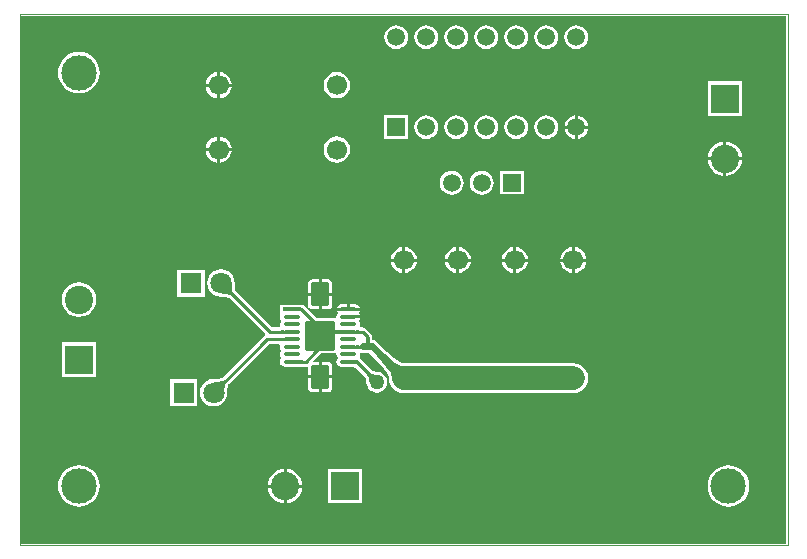
<source format=gtl>
G04 Layer_Physical_Order=1*
G04 Layer_Color=6759642*
%FSLAX44Y44*%
%MOMM*%
G71*
G01*
G75*
G04:AMPARAMS|DCode=10|XSize=1.5mm|YSize=2mm|CornerRadius=0.075mm|HoleSize=0mm|Usage=FLASHONLY|Rotation=0.000|XOffset=0mm|YOffset=0mm|HoleType=Round|Shape=RoundedRectangle|*
%AMROUNDEDRECTD10*
21,1,1.5000,1.8500,0,0,0.0*
21,1,1.3500,2.0000,0,0,0.0*
1,1,0.1500,0.6750,-0.9250*
1,1,0.1500,-0.6750,-0.9250*
1,1,0.1500,-0.6750,0.9250*
1,1,0.1500,0.6750,0.9250*
%
%ADD10ROUNDEDRECTD10*%
G04:AMPARAMS|DCode=11|XSize=2.5mm|YSize=2.5mm|CornerRadius=0.125mm|HoleSize=0mm|Usage=FLASHONLY|Rotation=90.000|XOffset=0mm|YOffset=0mm|HoleType=Round|Shape=RoundedRectangle|*
%AMROUNDEDRECTD11*
21,1,2.5000,2.2500,0,0,90.0*
21,1,2.2500,2.5000,0,0,90.0*
1,1,0.2500,1.1250,1.1250*
1,1,0.2500,1.1250,-1.1250*
1,1,0.2500,-1.1250,-1.1250*
1,1,0.2500,-1.1250,1.1250*
%
%ADD11ROUNDEDRECTD11*%
%ADD12O,1.5000X0.3000*%
%ADD13R,1.5000X0.3000*%
%ADD14C,0.2540*%
%ADD15C,0.6000*%
%ADD16C,2.0000*%
%ADD17C,0.3000*%
%ADD18C,0.1000*%
%ADD19C,1.5000*%
%ADD20R,1.5000X1.5000*%
%ADD21C,1.7000*%
%ADD22R,2.4000X2.4000*%
%ADD23C,2.4000*%
%ADD24R,2.4000X2.4000*%
%ADD25C,1.5000*%
%ADD26R,1.5000X1.5000*%
%ADD27C,1.8000*%
%ADD28R,1.8000X1.8000*%
%ADD29C,3.0000*%
%ADD30C,1.2700*%
G36*
X648335Y2041D02*
X647437Y1143D01*
X1270Y1270D01*
Y447675D01*
X648335D01*
Y2041D01*
D02*
G37*
%LPC*%
G36*
X467360Y239992D02*
X457662D01*
X457874Y238380D01*
X458987Y235694D01*
X460756Y233388D01*
X463062Y231619D01*
X465748Y230506D01*
X467360Y230294D01*
Y239992D01*
D02*
G37*
G36*
X417830D02*
X408132D01*
X408344Y238380D01*
X409457Y235694D01*
X411226Y233388D01*
X413532Y231619D01*
X416218Y230506D01*
X417830Y230294D01*
Y239992D01*
D02*
G37*
G36*
X381808D02*
X372110D01*
Y230294D01*
X373722Y230506D01*
X376408Y231619D01*
X378714Y233388D01*
X380483Y235694D01*
X381596Y238380D01*
X381808Y239992D01*
D02*
G37*
G36*
X336088D02*
X326390D01*
Y230294D01*
X328002Y230506D01*
X330688Y231619D01*
X332994Y233388D01*
X334763Y235694D01*
X335876Y238380D01*
X336088Y239992D01*
D02*
G37*
G36*
X369570D02*
X359872D01*
X360084Y238380D01*
X361197Y235694D01*
X362966Y233388D01*
X365272Y231619D01*
X367958Y230506D01*
X369570Y230294D01*
Y239992D01*
D02*
G37*
G36*
X252920Y224897D02*
X247440D01*
X246156Y224641D01*
X245068Y223914D01*
X244341Y222826D01*
X244086Y221542D01*
Y213562D01*
X252920D01*
Y224897D01*
D02*
G37*
G36*
X156510Y233282D02*
X133430D01*
Y210202D01*
X156510D01*
Y233282D01*
D02*
G37*
G36*
X323850Y239992D02*
X314152D01*
X314364Y238380D01*
X315477Y235694D01*
X317246Y233388D01*
X319552Y231619D01*
X322238Y230506D01*
X323850Y230294D01*
Y239992D01*
D02*
G37*
G36*
X260940Y224897D02*
X255460D01*
Y213562D01*
X264294D01*
Y221542D01*
X264039Y222826D01*
X263312Y223914D01*
X262224Y224641D01*
X260940Y224897D01*
D02*
G37*
G36*
X326390Y252230D02*
Y242532D01*
X336088D01*
X335876Y244144D01*
X334763Y246830D01*
X332994Y249136D01*
X330688Y250905D01*
X328002Y252018D01*
X326390Y252230D01*
D02*
G37*
G36*
X467360D02*
X465748Y252018D01*
X463062Y250905D01*
X460756Y249136D01*
X458987Y246830D01*
X457874Y244144D01*
X457662Y242532D01*
X467360D01*
Y252230D01*
D02*
G37*
G36*
X420370D02*
Y242532D01*
X430068D01*
X429856Y244144D01*
X428743Y246830D01*
X426974Y249136D01*
X424668Y250905D01*
X421982Y252018D01*
X420370Y252230D01*
D02*
G37*
G36*
X372110D02*
Y242532D01*
X381808D01*
X381596Y244144D01*
X380483Y246830D01*
X378714Y249136D01*
X376408Y250905D01*
X373722Y252018D01*
X372110Y252230D01*
D02*
G37*
G36*
X417830D02*
X416218Y252018D01*
X413532Y250905D01*
X411226Y249136D01*
X409457Y246830D01*
X408344Y244144D01*
X408132Y242532D01*
X417830D01*
Y252230D01*
D02*
G37*
G36*
X479598Y239992D02*
X469900D01*
Y230294D01*
X471512Y230506D01*
X474198Y231619D01*
X476504Y233388D01*
X478273Y235694D01*
X479386Y238380D01*
X479598Y239992D01*
D02*
G37*
G36*
X430068D02*
X420370D01*
Y230294D01*
X421982Y230506D01*
X424668Y231619D01*
X426974Y233388D01*
X428743Y235694D01*
X429856Y238380D01*
X430068Y239992D01*
D02*
G37*
G36*
X369570Y252230D02*
X367958Y252018D01*
X365272Y250905D01*
X362966Y249136D01*
X361197Y246830D01*
X360084Y244144D01*
X359872Y242532D01*
X369570D01*
Y252230D01*
D02*
G37*
G36*
X323850D02*
X322238Y252018D01*
X319552Y250905D01*
X317246Y249136D01*
X315477Y246830D01*
X314364Y244144D01*
X314152Y242532D01*
X323850D01*
Y252230D01*
D02*
G37*
G36*
X225870Y64460D02*
Y51232D01*
X239098D01*
X238766Y53758D01*
X237301Y57295D01*
X234970Y60332D01*
X231933Y62663D01*
X228396Y64128D01*
X225870Y64460D01*
D02*
G37*
G36*
X223330D02*
X220804Y64128D01*
X217267Y62663D01*
X214230Y60332D01*
X211899Y57295D01*
X210434Y53758D01*
X210102Y51232D01*
X223330D01*
Y64460D01*
D02*
G37*
G36*
X170370Y233382D02*
X167358Y232985D01*
X164550Y231822D01*
X162140Y229972D01*
X160290Y227562D01*
X159127Y224755D01*
X158730Y221742D01*
X159127Y218729D01*
X160290Y215922D01*
X162140Y213512D01*
X164550Y211662D01*
X167358Y210499D01*
X170370Y210102D01*
X170740Y210151D01*
X171735Y210146D01*
X173997Y210011D01*
X174898Y209894D01*
X175701Y209744D01*
X176376Y209570D01*
X176917Y209381D01*
X177322Y209193D01*
X177593Y209023D01*
X177604Y209015D01*
X207700Y178918D01*
X207317Y177505D01*
X206358Y176864D01*
X171254Y141759D01*
X171243Y141751D01*
X170972Y141581D01*
X170567Y141393D01*
X170026Y141204D01*
X169351Y141030D01*
X168548Y140880D01*
X167647Y140763D01*
X165385Y140628D01*
X164390Y140623D01*
X164020Y140672D01*
X161007Y140275D01*
X158200Y139112D01*
X155790Y137262D01*
X153940Y134852D01*
X152777Y132044D01*
X152380Y129032D01*
X152777Y126019D01*
X153940Y123212D01*
X155790Y120802D01*
X158200Y118952D01*
X161007Y117789D01*
X164020Y117393D01*
X167033Y117789D01*
X169840Y118952D01*
X172250Y120802D01*
X174100Y123212D01*
X175263Y126019D01*
X175660Y129032D01*
X175611Y129402D01*
X175616Y130396D01*
X175751Y132659D01*
X175868Y133560D01*
X176018Y134363D01*
X176192Y135038D01*
X176381Y135579D01*
X176569Y135984D01*
X176739Y136255D01*
X176747Y136266D01*
X210714Y170232D01*
X219567D01*
X220309Y168962D01*
X220071Y167767D01*
X220384Y166191D01*
X221277Y164854D01*
Y164330D01*
X220384Y162993D01*
X220071Y161417D01*
X220384Y159841D01*
X221277Y158504D01*
Y157955D01*
X220384Y156618D01*
X220071Y155042D01*
X220384Y153466D01*
X221277Y152129D01*
X222614Y151236D01*
X224190Y150923D01*
X236190D01*
X236947Y151073D01*
X238939Y151157D01*
X241910D01*
X242815Y151337D01*
X243962Y150583D01*
X244086Y150394D01*
Y143562D01*
X252920D01*
Y154896D01*
X249054D01*
X248528Y156166D01*
X253911Y161549D01*
X254018Y161641D01*
X254251Y161817D01*
X254463Y161956D01*
X254651Y162061D01*
X254814Y162136D01*
X254931Y162178D01*
X265440D01*
X266919Y162472D01*
X266996Y162524D01*
X268139Y161760D01*
X268071Y161417D01*
X268384Y159841D01*
X269277Y158504D01*
Y157955D01*
X268384Y156618D01*
X268071Y155042D01*
X268384Y153466D01*
X269277Y152129D01*
X270614Y151236D01*
X272190Y150923D01*
X283305D01*
X283337Y150901D01*
X284101Y150255D01*
X292500Y141856D01*
X292602Y141713D01*
X292744Y141461D01*
X292880Y141154D01*
X293006Y140788D01*
X293116Y140358D01*
X293200Y139902D01*
X293312Y138654D01*
X293319Y138115D01*
X293293Y137922D01*
X293599Y135601D01*
X294495Y133439D01*
X295920Y131582D01*
X297777Y130157D01*
X299939Y129261D01*
X302260Y128955D01*
X304581Y129261D01*
X306743Y130157D01*
X308600Y131582D01*
X310025Y133439D01*
X310921Y135601D01*
X311227Y137922D01*
X310921Y140243D01*
X310025Y142405D01*
X308600Y144262D01*
X306743Y145687D01*
X304581Y146583D01*
X302260Y146889D01*
X302067Y146863D01*
X301492Y146871D01*
X300874Y146909D01*
X300317Y146976D01*
X299824Y147066D01*
X299394Y147176D01*
X299028Y147302D01*
X298721Y147438D01*
X298469Y147580D01*
X298326Y147682D01*
X288053Y157955D01*
X287497Y158326D01*
X287344Y158465D01*
X287841Y159610D01*
X287996Y159841D01*
X288309Y161417D01*
X288176Y162085D01*
X288192Y162121D01*
X289277Y163062D01*
X290830Y162754D01*
X295640D01*
X301946Y156447D01*
X304863Y153387D01*
X308398Y149181D01*
X309734Y147360D01*
X310812Y145698D01*
X311617Y144231D01*
X312153Y142983D01*
X312438Y141986D01*
X312496Y141443D01*
X312472Y141262D01*
X312903Y137988D01*
X314166Y134938D01*
X316176Y132318D01*
X318796Y130308D01*
X321846Y129045D01*
X325120Y128614D01*
X468630D01*
X471904Y129045D01*
X474954Y130308D01*
X477574Y132318D01*
X479584Y134938D01*
X480847Y137988D01*
X481278Y141262D01*
X480847Y144536D01*
X479584Y147586D01*
X477574Y150206D01*
X474954Y152216D01*
X471904Y153479D01*
X468630Y153910D01*
X325120D01*
X324939Y153886D01*
X324397Y153944D01*
X323400Y154228D01*
X322151Y154765D01*
X320684Y155570D01*
X319022Y156648D01*
X317220Y157971D01*
X310849Y163521D01*
X301974Y172396D01*
X300142Y173621D01*
X298367Y173974D01*
X298290Y175186D01*
Y176257D01*
X297994Y177744D01*
X297152Y179004D01*
X292942Y183214D01*
X291682Y184056D01*
X290195Y184352D01*
X288813D01*
X288071Y185622D01*
X288309Y186817D01*
X287996Y188393D01*
X287103Y189730D01*
Y190254D01*
X287996Y191591D01*
X288057Y191897D01*
X278190D01*
Y194437D01*
X288057D01*
X287996Y194743D01*
X287103Y196080D01*
Y196629D01*
X287996Y197966D01*
X288057Y198272D01*
X278190D01*
X268323D01*
X268384Y197966D01*
X269277Y196629D01*
Y196080D01*
X268384Y194743D01*
X268071Y193167D01*
X268139Y192824D01*
X266996Y192060D01*
X266919Y192112D01*
X265440Y192406D01*
X251311D01*
X251194Y192448D01*
X251031Y192523D01*
X250843Y192628D01*
X250631Y192767D01*
X250398Y192943D01*
X250291Y193035D01*
X241037Y202289D01*
X240230Y202828D01*
Y203582D01*
X220150D01*
Y195502D01*
X220150Y195502D01*
X220283Y194232D01*
X220071Y193167D01*
X220384Y191591D01*
X220814Y190948D01*
X221178Y189992D01*
X220814Y189036D01*
X220384Y188393D01*
X220071Y186817D01*
X220309Y185622D01*
X219567Y184352D01*
X213254D01*
X183097Y214508D01*
X183089Y214519D01*
X182919Y214790D01*
X182731Y215195D01*
X182542Y215736D01*
X182368Y216411D01*
X182218Y217214D01*
X182101Y218115D01*
X181966Y220378D01*
X181961Y221372D01*
X182010Y221742D01*
X181613Y224755D01*
X180450Y227562D01*
X178600Y229972D01*
X176190Y231822D01*
X173382Y232985D01*
X170370Y233382D01*
D02*
G37*
G36*
X150160Y140572D02*
X127080D01*
Y117492D01*
X150160D01*
Y140572D01*
D02*
G37*
G36*
X239098Y48692D02*
X225870D01*
Y35464D01*
X228396Y35796D01*
X231933Y37261D01*
X234970Y39592D01*
X237301Y42629D01*
X238766Y46166D01*
X239098Y48692D01*
D02*
G37*
G36*
X600000Y67625D02*
X596562Y67286D01*
X593255Y66283D01*
X590208Y64654D01*
X587537Y62463D01*
X585345Y59792D01*
X583717Y56745D01*
X582714Y53439D01*
X582375Y50000D01*
X582714Y46562D01*
X583717Y43255D01*
X585345Y40208D01*
X587537Y37537D01*
X590208Y35345D01*
X593255Y33717D01*
X596562Y32714D01*
X600000Y32375D01*
X603438Y32714D01*
X606745Y33717D01*
X609792Y35345D01*
X612463Y37537D01*
X614655Y40208D01*
X616283Y43255D01*
X617286Y46562D01*
X617625Y50000D01*
X617286Y53439D01*
X616283Y56745D01*
X614655Y59792D01*
X612463Y62463D01*
X609792Y64654D01*
X606745Y66283D01*
X603438Y67286D01*
X600000Y67625D01*
D02*
G37*
G36*
X50000D02*
X46562Y67286D01*
X43255Y66283D01*
X40208Y64654D01*
X37537Y62463D01*
X35345Y59792D01*
X33717Y56745D01*
X32714Y53439D01*
X32375Y50000D01*
X32714Y46562D01*
X33717Y43255D01*
X35345Y40208D01*
X37537Y37537D01*
X40208Y35345D01*
X43255Y33717D01*
X46562Y32714D01*
X50000Y32375D01*
X53439Y32714D01*
X56745Y33717D01*
X59792Y35345D01*
X62463Y37537D01*
X64654Y40208D01*
X66283Y43255D01*
X67286Y46562D01*
X67625Y50000D01*
X67286Y53439D01*
X66283Y56745D01*
X64654Y59792D01*
X62463Y62463D01*
X59792Y64654D01*
X56745Y66283D01*
X53439Y67286D01*
X50000Y67625D01*
D02*
G37*
G36*
X223330Y48692D02*
X210102D01*
X210434Y46166D01*
X211899Y42629D01*
X214230Y39592D01*
X217267Y37261D01*
X220804Y35796D01*
X223330Y35464D01*
Y48692D01*
D02*
G37*
G36*
X289940Y64502D02*
X260860D01*
Y35422D01*
X289940D01*
Y64502D01*
D02*
G37*
G36*
X264294Y211022D02*
X255460D01*
Y199688D01*
X260940D01*
X262224Y199943D01*
X263312Y200670D01*
X264039Y201758D01*
X264294Y203042D01*
Y211022D01*
D02*
G37*
G36*
X252920D02*
X244086D01*
Y203042D01*
X244341Y201758D01*
X245068Y200670D01*
X246156Y199943D01*
X247440Y199688D01*
X252920D01*
Y211022D01*
D02*
G37*
G36*
X284190Y203661D02*
X279460D01*
Y200812D01*
X288057D01*
X287996Y201118D01*
X287103Y202455D01*
X285766Y203348D01*
X284190Y203661D01*
D02*
G37*
G36*
X276920D02*
X272190D01*
X270614Y203348D01*
X269277Y202455D01*
X268384Y201118D01*
X268323Y200812D01*
X276920D01*
Y203661D01*
D02*
G37*
G36*
X50000Y222437D02*
X46204Y221938D01*
X42667Y220473D01*
X39630Y218142D01*
X37299Y215105D01*
X35834Y211568D01*
X35334Y207772D01*
X35834Y203976D01*
X37299Y200439D01*
X39630Y197402D01*
X42667Y195071D01*
X46204Y193606D01*
X50000Y193106D01*
X53796Y193606D01*
X57333Y195071D01*
X60370Y197402D01*
X62701Y200439D01*
X64166Y203976D01*
X64665Y207772D01*
X64166Y211568D01*
X62701Y215105D01*
X60370Y218142D01*
X57333Y220473D01*
X53796Y221938D01*
X50000Y222437D01*
D02*
G37*
G36*
X264294Y141022D02*
X255460D01*
Y129688D01*
X260940D01*
X262224Y129943D01*
X263312Y130670D01*
X264039Y131758D01*
X264294Y133042D01*
Y141022D01*
D02*
G37*
G36*
X252920D02*
X244086D01*
Y133042D01*
X244341Y131758D01*
X245068Y130670D01*
X246156Y129943D01*
X247440Y129688D01*
X252920D01*
Y141022D01*
D02*
G37*
G36*
X260940Y154896D02*
X255460D01*
Y143562D01*
X264294D01*
Y151542D01*
X264039Y152826D01*
X263312Y153914D01*
X262224Y154641D01*
X260940Y154896D01*
D02*
G37*
G36*
X64540Y171512D02*
X35460D01*
Y142432D01*
X64540D01*
Y171512D01*
D02*
G37*
G36*
X420370Y440149D02*
X417749Y439804D01*
X415307Y438792D01*
X413209Y437183D01*
X411600Y435085D01*
X410588Y432643D01*
X410243Y430022D01*
X410588Y427401D01*
X411600Y424959D01*
X413209Y422861D01*
X415307Y421252D01*
X417749Y420240D01*
X420370Y419895D01*
X422991Y420240D01*
X425433Y421252D01*
X427531Y422861D01*
X429140Y424959D01*
X430152Y427401D01*
X430497Y430022D01*
X430152Y432643D01*
X429140Y435085D01*
X427531Y437183D01*
X425433Y438792D01*
X422991Y439804D01*
X420370Y440149D01*
D02*
G37*
G36*
X445770D02*
X443149Y439804D01*
X440707Y438792D01*
X438609Y437183D01*
X437000Y435085D01*
X435988Y432643D01*
X435643Y430022D01*
X435988Y427401D01*
X437000Y424959D01*
X438609Y422861D01*
X440707Y421252D01*
X443149Y420240D01*
X445770Y419895D01*
X448391Y420240D01*
X450833Y421252D01*
X452931Y422861D01*
X454540Y424959D01*
X455552Y427401D01*
X455897Y430022D01*
X455552Y432643D01*
X454540Y435085D01*
X452931Y437183D01*
X450833Y438792D01*
X448391Y439804D01*
X445770Y440149D01*
D02*
G37*
G36*
X369570D02*
X366949Y439804D01*
X364507Y438792D01*
X362409Y437183D01*
X360800Y435085D01*
X359788Y432643D01*
X359443Y430022D01*
X359788Y427401D01*
X360800Y424959D01*
X362409Y422861D01*
X364507Y421252D01*
X366949Y420240D01*
X369570Y419895D01*
X372191Y420240D01*
X374633Y421252D01*
X376731Y422861D01*
X378340Y424959D01*
X379352Y427401D01*
X379697Y430022D01*
X379352Y432643D01*
X378340Y435085D01*
X376731Y437183D01*
X374633Y438792D01*
X372191Y439804D01*
X369570Y440149D01*
D02*
G37*
G36*
X394970D02*
X392349Y439804D01*
X389907Y438792D01*
X387809Y437183D01*
X386200Y435085D01*
X385188Y432643D01*
X384843Y430022D01*
X385188Y427401D01*
X386200Y424959D01*
X387809Y422861D01*
X389907Y421252D01*
X392349Y420240D01*
X394970Y419895D01*
X397591Y420240D01*
X400033Y421252D01*
X402131Y422861D01*
X403740Y424959D01*
X404752Y427401D01*
X405097Y430022D01*
X404752Y432643D01*
X403740Y435085D01*
X402131Y437183D01*
X400033Y438792D01*
X397591Y439804D01*
X394970Y440149D01*
D02*
G37*
G36*
X472440Y363781D02*
Y355092D01*
X481129D01*
X480952Y356443D01*
X479940Y358885D01*
X478331Y360983D01*
X476233Y362592D01*
X473791Y363604D01*
X472440Y363781D01*
D02*
G37*
G36*
X469900Y352552D02*
X461211D01*
X461388Y351201D01*
X462400Y348759D01*
X464009Y346661D01*
X466107Y345052D01*
X468549Y344040D01*
X469900Y343863D01*
Y352552D01*
D02*
G37*
G36*
X328810Y363862D02*
X308730D01*
Y343782D01*
X328810D01*
Y363862D01*
D02*
G37*
G36*
X469900Y363781D02*
X468549Y363604D01*
X466107Y362592D01*
X464009Y360983D01*
X462400Y358885D01*
X461388Y356443D01*
X461211Y355092D01*
X469900D01*
Y363781D01*
D02*
G37*
G36*
X481129Y352552D02*
X472440D01*
Y343863D01*
X473791Y344040D01*
X476233Y345052D01*
X478331Y346661D01*
X479940Y348759D01*
X480952Y351201D01*
X481129Y352552D01*
D02*
G37*
G36*
X268440Y400517D02*
X265558Y400138D01*
X262872Y399025D01*
X260566Y397256D01*
X258797Y394950D01*
X257684Y392264D01*
X257305Y389382D01*
X257684Y386500D01*
X258797Y383814D01*
X260566Y381508D01*
X262872Y379739D01*
X265558Y378626D01*
X268440Y378247D01*
X271322Y378626D01*
X274008Y379739D01*
X276314Y381508D01*
X278083Y383814D01*
X279196Y386500D01*
X279575Y389382D01*
X279196Y392264D01*
X278083Y394950D01*
X276314Y397256D01*
X274008Y399025D01*
X271322Y400138D01*
X268440Y400517D01*
D02*
G37*
G36*
X611440Y392492D02*
X582360D01*
Y363412D01*
X611440D01*
Y392492D01*
D02*
G37*
G36*
X167170Y388112D02*
X157472D01*
X157684Y386500D01*
X158797Y383814D01*
X160566Y381508D01*
X162872Y379739D01*
X165558Y378626D01*
X167170Y378414D01*
Y388112D01*
D02*
G37*
G36*
X179408D02*
X169710D01*
Y378414D01*
X171322Y378626D01*
X174008Y379739D01*
X176314Y381508D01*
X178083Y383814D01*
X179196Y386500D01*
X179408Y388112D01*
D02*
G37*
G36*
X50000Y417625D02*
X46562Y417286D01*
X43255Y416283D01*
X40208Y414655D01*
X37537Y412463D01*
X35345Y409792D01*
X33717Y406745D01*
X32714Y403438D01*
X32375Y400000D01*
X32714Y396562D01*
X33717Y393255D01*
X35345Y390208D01*
X37537Y387537D01*
X40208Y385345D01*
X43255Y383717D01*
X46562Y382714D01*
X50000Y382375D01*
X53439Y382714D01*
X56745Y383717D01*
X59792Y385345D01*
X62463Y387537D01*
X64654Y390208D01*
X66283Y393255D01*
X67286Y396562D01*
X67625Y400000D01*
X67286Y403438D01*
X66283Y406745D01*
X64654Y409792D01*
X62463Y412463D01*
X59792Y414655D01*
X56745Y416283D01*
X53439Y417286D01*
X50000Y417625D01*
D02*
G37*
G36*
X318770Y440149D02*
X316149Y439804D01*
X313707Y438792D01*
X311609Y437183D01*
X310000Y435085D01*
X308988Y432643D01*
X308643Y430022D01*
X308988Y427401D01*
X310000Y424959D01*
X311609Y422861D01*
X313707Y421252D01*
X316149Y420240D01*
X318770Y419895D01*
X321391Y420240D01*
X323833Y421252D01*
X325931Y422861D01*
X327540Y424959D01*
X328552Y427401D01*
X328897Y430022D01*
X328552Y432643D01*
X327540Y435085D01*
X325931Y437183D01*
X323833Y438792D01*
X321391Y439804D01*
X318770Y440149D01*
D02*
G37*
G36*
X344170D02*
X341549Y439804D01*
X339107Y438792D01*
X337009Y437183D01*
X335400Y435085D01*
X334388Y432643D01*
X334043Y430022D01*
X334388Y427401D01*
X335400Y424959D01*
X337009Y422861D01*
X339107Y421252D01*
X341549Y420240D01*
X344170Y419895D01*
X346791Y420240D01*
X349233Y421252D01*
X351331Y422861D01*
X352940Y424959D01*
X353952Y427401D01*
X354297Y430022D01*
X353952Y432643D01*
X352940Y435085D01*
X351331Y437183D01*
X349233Y438792D01*
X346791Y439804D01*
X344170Y440149D01*
D02*
G37*
G36*
X167170Y400350D02*
X165558Y400138D01*
X162872Y399025D01*
X160566Y397256D01*
X158797Y394950D01*
X157684Y392264D01*
X157472Y390652D01*
X167170D01*
Y400350D01*
D02*
G37*
G36*
X169710D02*
Y390652D01*
X179408D01*
X179196Y392264D01*
X178083Y394950D01*
X176314Y397256D01*
X174008Y399025D01*
X171322Y400138D01*
X169710Y400350D01*
D02*
G37*
G36*
X445770Y363949D02*
X443149Y363604D01*
X440707Y362592D01*
X438609Y360983D01*
X437000Y358885D01*
X435988Y356443D01*
X435643Y353822D01*
X435988Y351201D01*
X437000Y348759D01*
X438609Y346661D01*
X440707Y345052D01*
X443149Y344040D01*
X445770Y343695D01*
X448391Y344040D01*
X450833Y345052D01*
X452931Y346661D01*
X454540Y348759D01*
X455552Y351201D01*
X455897Y353822D01*
X455552Y356443D01*
X454540Y358885D01*
X452931Y360983D01*
X450833Y362592D01*
X448391Y363604D01*
X445770Y363949D01*
D02*
G37*
G36*
X268440Y345907D02*
X265558Y345528D01*
X262872Y344415D01*
X260566Y342646D01*
X258797Y340340D01*
X257684Y337654D01*
X257305Y334772D01*
X257684Y331890D01*
X258797Y329204D01*
X260566Y326898D01*
X262872Y325129D01*
X265558Y324016D01*
X268440Y323637D01*
X271322Y324016D01*
X274008Y325129D01*
X276314Y326898D01*
X278083Y329204D01*
X279196Y331890D01*
X279575Y334772D01*
X279196Y337654D01*
X278083Y340340D01*
X276314Y342646D01*
X274008Y344415D01*
X271322Y345528D01*
X268440Y345907D01*
D02*
G37*
G36*
X611398Y325882D02*
X598170D01*
Y312654D01*
X600696Y312986D01*
X604233Y314451D01*
X607270Y316782D01*
X609601Y319819D01*
X611066Y323356D01*
X611398Y325882D01*
D02*
G37*
G36*
X179408Y333502D02*
X169710D01*
Y323804D01*
X171322Y324016D01*
X174008Y325129D01*
X176314Y326898D01*
X178083Y329204D01*
X179196Y331890D01*
X179408Y333502D01*
D02*
G37*
G36*
X167170D02*
X157472D01*
X157684Y331890D01*
X158797Y329204D01*
X160566Y326898D01*
X162872Y325129D01*
X165558Y324016D01*
X167170Y323804D01*
Y333502D01*
D02*
G37*
G36*
X595630Y325882D02*
X582402D01*
X582734Y323356D01*
X584199Y319819D01*
X586530Y316782D01*
X589567Y314451D01*
X593104Y312986D01*
X595630Y312654D01*
Y325882D01*
D02*
G37*
G36*
X365760Y316959D02*
X363139Y316614D01*
X360697Y315602D01*
X358599Y313993D01*
X356990Y311895D01*
X355978Y309453D01*
X355633Y306832D01*
X355978Y304211D01*
X356990Y301769D01*
X358599Y299671D01*
X360697Y298062D01*
X363139Y297050D01*
X365760Y296705D01*
X368381Y297050D01*
X370823Y298062D01*
X372921Y299671D01*
X374530Y301769D01*
X375542Y304211D01*
X375887Y306832D01*
X375542Y309453D01*
X374530Y311895D01*
X372921Y313993D01*
X370823Y315602D01*
X368381Y316614D01*
X365760Y316959D01*
D02*
G37*
G36*
X469900Y252230D02*
Y242532D01*
X479598D01*
X479386Y244144D01*
X478273Y246830D01*
X476504Y249136D01*
X474198Y250905D01*
X471512Y252018D01*
X469900Y252230D01*
D02*
G37*
G36*
X426600Y316872D02*
X406520D01*
Y296792D01*
X426600D01*
Y316872D01*
D02*
G37*
G36*
X391160Y316959D02*
X388539Y316614D01*
X386097Y315602D01*
X383999Y313993D01*
X382390Y311895D01*
X381378Y309453D01*
X381033Y306832D01*
X381378Y304211D01*
X382390Y301769D01*
X383999Y299671D01*
X386097Y298062D01*
X388539Y297050D01*
X391160Y296705D01*
X393781Y297050D01*
X396223Y298062D01*
X398321Y299671D01*
X399930Y301769D01*
X400942Y304211D01*
X401287Y306832D01*
X400942Y309453D01*
X399930Y311895D01*
X398321Y313993D01*
X396223Y315602D01*
X393781Y316614D01*
X391160Y316959D01*
D02*
G37*
G36*
X394970Y363949D02*
X392349Y363604D01*
X389907Y362592D01*
X387809Y360983D01*
X386200Y358885D01*
X385188Y356443D01*
X384843Y353822D01*
X385188Y351201D01*
X386200Y348759D01*
X387809Y346661D01*
X389907Y345052D01*
X392349Y344040D01*
X394970Y343695D01*
X397591Y344040D01*
X400033Y345052D01*
X402131Y346661D01*
X403740Y348759D01*
X404752Y351201D01*
X405097Y353822D01*
X404752Y356443D01*
X403740Y358885D01*
X402131Y360983D01*
X400033Y362592D01*
X397591Y363604D01*
X394970Y363949D01*
D02*
G37*
G36*
X369570D02*
X366949Y363604D01*
X364507Y362592D01*
X362409Y360983D01*
X360800Y358885D01*
X359788Y356443D01*
X359443Y353822D01*
X359788Y351201D01*
X360800Y348759D01*
X362409Y346661D01*
X364507Y345052D01*
X366949Y344040D01*
X369570Y343695D01*
X372191Y344040D01*
X374633Y345052D01*
X376731Y346661D01*
X378340Y348759D01*
X379352Y351201D01*
X379697Y353822D01*
X379352Y356443D01*
X378340Y358885D01*
X376731Y360983D01*
X374633Y362592D01*
X372191Y363604D01*
X369570Y363949D01*
D02*
G37*
G36*
X471170Y440149D02*
X468549Y439804D01*
X466107Y438792D01*
X464009Y437183D01*
X462400Y435085D01*
X461388Y432643D01*
X461043Y430022D01*
X461388Y427401D01*
X462400Y424959D01*
X464009Y422861D01*
X466107Y421252D01*
X468549Y420240D01*
X471170Y419895D01*
X473791Y420240D01*
X476233Y421252D01*
X478331Y422861D01*
X479940Y424959D01*
X480952Y427401D01*
X481297Y430022D01*
X480952Y432643D01*
X479940Y435085D01*
X478331Y437183D01*
X476233Y438792D01*
X473791Y439804D01*
X471170Y440149D01*
D02*
G37*
G36*
X420370Y363949D02*
X417749Y363604D01*
X415307Y362592D01*
X413209Y360983D01*
X411600Y358885D01*
X410588Y356443D01*
X410243Y353822D01*
X410588Y351201D01*
X411600Y348759D01*
X413209Y346661D01*
X415307Y345052D01*
X417749Y344040D01*
X420370Y343695D01*
X422991Y344040D01*
X425433Y345052D01*
X427531Y346661D01*
X429140Y348759D01*
X430152Y351201D01*
X430497Y353822D01*
X430152Y356443D01*
X429140Y358885D01*
X427531Y360983D01*
X425433Y362592D01*
X422991Y363604D01*
X420370Y363949D01*
D02*
G37*
G36*
X344170D02*
X341549Y363604D01*
X339107Y362592D01*
X337009Y360983D01*
X335400Y358885D01*
X334388Y356443D01*
X334043Y353822D01*
X334388Y351201D01*
X335400Y348759D01*
X337009Y346661D01*
X339107Y345052D01*
X341549Y344040D01*
X344170Y343695D01*
X346791Y344040D01*
X349233Y345052D01*
X351331Y346661D01*
X352940Y348759D01*
X353952Y351201D01*
X354297Y353822D01*
X353952Y356443D01*
X352940Y358885D01*
X351331Y360983D01*
X349233Y362592D01*
X346791Y363604D01*
X344170Y363949D01*
D02*
G37*
G36*
X598170Y341650D02*
Y328422D01*
X611398D01*
X611066Y330948D01*
X609601Y334485D01*
X607270Y337522D01*
X604233Y339853D01*
X600696Y341318D01*
X598170Y341650D01*
D02*
G37*
G36*
X595630D02*
X593104Y341318D01*
X589567Y339853D01*
X586530Y337522D01*
X584199Y334485D01*
X582734Y330948D01*
X582402Y328422D01*
X595630D01*
Y341650D01*
D02*
G37*
G36*
X167170Y345740D02*
X165558Y345528D01*
X162872Y344415D01*
X160566Y342646D01*
X158797Y340340D01*
X157684Y337654D01*
X157472Y336042D01*
X167170D01*
Y345740D01*
D02*
G37*
G36*
X169710D02*
Y336042D01*
X179408D01*
X179196Y337654D01*
X178083Y340340D01*
X176314Y342646D01*
X174008Y344415D01*
X171322Y345528D01*
X169710Y345740D01*
D02*
G37*
%LPD*%
G36*
X175037Y138253D02*
X174641Y137786D01*
X174288Y137219D01*
X173978Y136554D01*
X173712Y135790D01*
X173489Y134926D01*
X173309Y133964D01*
X173172Y132902D01*
X173027Y130481D01*
X173020Y129122D01*
X164110Y138032D01*
X165469Y138039D01*
X167890Y138183D01*
X168952Y138321D01*
X169914Y138501D01*
X170778Y138724D01*
X171542Y138990D01*
X172207Y139300D01*
X172773Y139653D01*
X173241Y140049D01*
X175037Y138253D01*
D02*
G37*
G36*
X266679Y182766D02*
X266756Y182550D01*
X266884Y182359D01*
X267064Y182194D01*
X267296Y182055D01*
X267578Y181940D01*
X267913Y181851D01*
X268298Y181788D01*
X268735Y181750D01*
X269027Y181742D01*
X271617Y181851D01*
Y179083D01*
X271559Y179104D01*
X271453Y179124D01*
X271301Y179141D01*
X270559Y179179D01*
X269129Y179195D01*
X268735Y179184D01*
X268298Y179146D01*
X267913Y179083D01*
X267578Y178994D01*
X267296Y178880D01*
X267064Y178740D01*
X266884Y178575D01*
X266756Y178384D01*
X266679Y178168D01*
X266653Y177927D01*
Y183007D01*
X266679Y182766D01*
D02*
G37*
G36*
X223617Y179083D02*
X223559Y179104D01*
X223454Y179124D01*
X223301Y179141D01*
X222559Y179179D01*
X220906Y179197D01*
Y181737D01*
X223617Y181851D01*
Y179083D01*
D02*
G37*
G36*
Y172733D02*
X223559Y172754D01*
X223454Y172774D01*
X223301Y172791D01*
X222559Y172829D01*
X220906Y172847D01*
Y175387D01*
X223617Y175501D01*
Y172733D01*
D02*
G37*
G36*
X179377Y220293D02*
X179522Y217872D01*
X179659Y216810D01*
X179839Y215848D01*
X180062Y214984D01*
X180328Y214220D01*
X180638Y213555D01*
X180991Y212988D01*
X181387Y212521D01*
X179591Y210725D01*
X179123Y211121D01*
X178557Y211474D01*
X177892Y211784D01*
X177128Y212050D01*
X176264Y212273D01*
X175302Y212453D01*
X174240Y212591D01*
X171819Y212735D01*
X170460Y212742D01*
X179370Y221652D01*
X179377Y220293D01*
D02*
G37*
G36*
X248411Y191234D02*
X248775Y190924D01*
X249137Y190650D01*
X249498Y190413D01*
X249858Y190212D01*
X250217Y190047D01*
X250574Y189919D01*
X250930Y189828D01*
X251285Y189773D01*
X251639Y189755D01*
X244454D01*
X244783Y189773D01*
X245039Y189828D01*
X245222Y189919D01*
X245331Y190047D01*
X245368Y190212D01*
X245331Y190413D01*
X245222Y190650D01*
X245039Y190924D01*
X244783Y191234D01*
X244454Y191581D01*
X248047D01*
X248411Y191234D01*
D02*
G37*
G36*
X284821Y181829D02*
X284926Y181810D01*
X285079Y181793D01*
X285821Y181755D01*
X287474Y181737D01*
Y179197D01*
X284763Y179083D01*
Y181851D01*
X284821Y181829D01*
D02*
G37*
G36*
X295685Y175341D02*
X295831Y173032D01*
X295919Y172409D01*
X296027Y171859D01*
X296154Y171382D01*
X296301Y170977D01*
X296467Y170647D01*
X296653Y170389D01*
X292157D01*
X292343Y170647D01*
X292509Y170977D01*
X292656Y171382D01*
X292783Y171859D01*
X292890Y172409D01*
X292979Y173032D01*
X293096Y174499D01*
X293135Y176257D01*
X295675D01*
X295685Y175341D01*
D02*
G37*
G36*
X284894Y157067D02*
X285173Y156892D01*
X285600Y156551D01*
X286895Y155370D01*
X288779Y153524D01*
X286584Y151477D01*
X285988Y152052D01*
X284914Y152959D01*
X284436Y153290D01*
X283997Y153541D01*
X283598Y153710D01*
X283238Y153798D01*
X282918Y153805D01*
X282637Y153730D01*
X282396Y153574D01*
X285249Y156102D01*
X284939Y156592D01*
X284777Y156917D01*
X284762Y157075D01*
X284894Y157067D01*
D02*
G37*
G36*
X308883Y161800D02*
X315600Y155947D01*
X317549Y154516D01*
X319354Y153345D01*
X321015Y152434D01*
X322530Y151784D01*
X323900Y151393D01*
X325126Y151262D01*
X323700Y149835D01*
X324221Y149783D01*
X325035Y149762D01*
X316620Y141347D01*
X316599Y142161D01*
X316547Y142682D01*
X315120Y141256D01*
X314989Y142482D01*
X314599Y143852D01*
X313948Y145367D01*
X313037Y147028D01*
X311866Y148833D01*
X310435Y150782D01*
X306793Y155116D01*
X302111Y160028D01*
X306354Y164271D01*
X308883Y161800D01*
D02*
G37*
G36*
X296649Y145696D02*
X297080Y145390D01*
X297557Y145121D01*
X298081Y144888D01*
X298651Y144693D01*
X299268Y144535D01*
X299931Y144413D01*
X300640Y144329D01*
X301395Y144282D01*
X302197Y144272D01*
X295910Y137985D01*
X295900Y138787D01*
X295769Y140251D01*
X295647Y140914D01*
X295489Y141531D01*
X295294Y142101D01*
X295061Y142625D01*
X294792Y143102D01*
X294486Y143533D01*
X294142Y143919D01*
X296264Y146040D01*
X296649Y145696D01*
D02*
G37*
G36*
X284821Y169130D02*
X284926Y169110D01*
X285079Y169093D01*
X285821Y169055D01*
X287474Y169037D01*
Y166497D01*
X284763Y166383D01*
Y169151D01*
X284821Y169130D01*
D02*
G37*
G36*
X254905Y164811D02*
X254550Y164756D01*
X254194Y164665D01*
X253836Y164537D01*
X253478Y164372D01*
X253118Y164172D01*
X252757Y163934D01*
X252395Y163660D01*
X252031Y163350D01*
X251667Y163002D01*
X248074D01*
X248403Y163350D01*
X248659Y163660D01*
X248842Y163934D01*
X248951Y164172D01*
X248988Y164372D01*
X248951Y164537D01*
X248842Y164665D01*
X248659Y164756D01*
X248403Y164811D01*
X248074Y164829D01*
X255259D01*
X254905Y164811D01*
D02*
G37*
G36*
X236821Y156404D02*
X236926Y156385D01*
X237079Y156368D01*
X237821Y156330D01*
X239474Y156312D01*
Y153772D01*
X236763Y153658D01*
Y156426D01*
X236821Y156404D01*
D02*
G37*
D10*
X254190Y142292D02*
D03*
Y212292D02*
D03*
D11*
Y177292D02*
D03*
D12*
X278190Y155042D02*
D03*
Y161417D02*
D03*
Y167767D02*
D03*
Y174117D02*
D03*
Y180467D02*
D03*
Y186817D02*
D03*
Y193167D02*
D03*
Y199542D02*
D03*
X230190Y155042D02*
D03*
Y161417D02*
D03*
Y167767D02*
D03*
Y174117D02*
D03*
Y180467D02*
D03*
Y186817D02*
D03*
Y193167D02*
D03*
D13*
Y199542D02*
D03*
D14*
X257365Y180467D02*
X278190D01*
X230190Y199542D02*
X238290D01*
X257365Y180467D01*
X230190Y155042D02*
X241910D01*
X254190Y167322D01*
Y177292D01*
X211645Y180467D02*
X230190D01*
X170370Y221742D02*
X211645Y180467D01*
X209105Y174117D02*
X230190D01*
X164020Y129032D02*
X209105Y174117D01*
X278190Y167767D02*
X290195D01*
X290830Y168402D01*
X278190Y180467D02*
X290195D01*
X294405Y176257D01*
Y168402D02*
Y176257D01*
D15*
X297980Y168402D02*
X325120Y141262D01*
X294405Y168402D02*
X297980D01*
X290830D02*
X294405D01*
D16*
X325120Y141262D02*
X370840D01*
X419100D01*
X468630D01*
D17*
X278190Y155042D02*
X285140D01*
X302260Y137922D01*
D18*
X0Y449962D02*
X650000D01*
Y-38D02*
Y449962D01*
X0Y-38D02*
X650000D01*
X0D02*
Y449962D01*
D19*
X471170Y430022D02*
D03*
X445770D02*
D03*
X420370D02*
D03*
X394970D02*
D03*
X369570D02*
D03*
X344170D02*
D03*
X318770D02*
D03*
X471170Y353822D02*
D03*
X445770D02*
D03*
X420370D02*
D03*
X394970D02*
D03*
X369570D02*
D03*
X344170D02*
D03*
D20*
X318770D02*
D03*
D21*
X325120Y241262D02*
D03*
Y141262D02*
D03*
X370840Y241262D02*
D03*
Y141262D02*
D03*
X168440Y389382D02*
D03*
X268440D02*
D03*
X419100Y241262D02*
D03*
Y141262D02*
D03*
X168440Y334772D02*
D03*
X268440D02*
D03*
X468630Y241262D02*
D03*
Y141262D02*
D03*
D22*
X275400Y49962D02*
D03*
D23*
X224600D02*
D03*
X596900Y327152D02*
D03*
X50000Y207772D02*
D03*
D24*
X596900Y377952D02*
D03*
X50000Y156972D02*
D03*
D25*
X365760Y306832D02*
D03*
X391160D02*
D03*
D26*
X416560D02*
D03*
D27*
X170370Y221742D02*
D03*
X164020Y129032D02*
D03*
D28*
X144970Y221742D02*
D03*
X138620Y129032D02*
D03*
D29*
X50000Y50000D02*
D03*
X600000D02*
D03*
X50000Y400000D02*
D03*
D30*
X302260Y137922D02*
D03*
M02*

</source>
